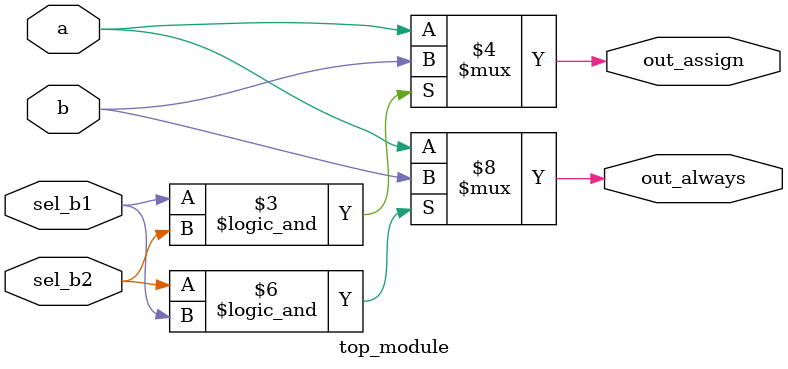
<source format=sv>
module top_module(
    input a,
    input b,
    input sel_b1,
    input sel_b2,
    output wire out_assign,
    output reg out_always
); 
    assign out_assign = (sel_b1 == 1'b1 && sel_b2 == 1'b1) ? b:
         a;
    
    always @* begin 
        if(sel_b2 && sel_b1) begin 
            out_always = b;
        end 
        
        else begin
            out_always = a;
        end
    end 

endmodule

/* only selects b when both b2 and b1 select is high
else selects a */ 
</source>
